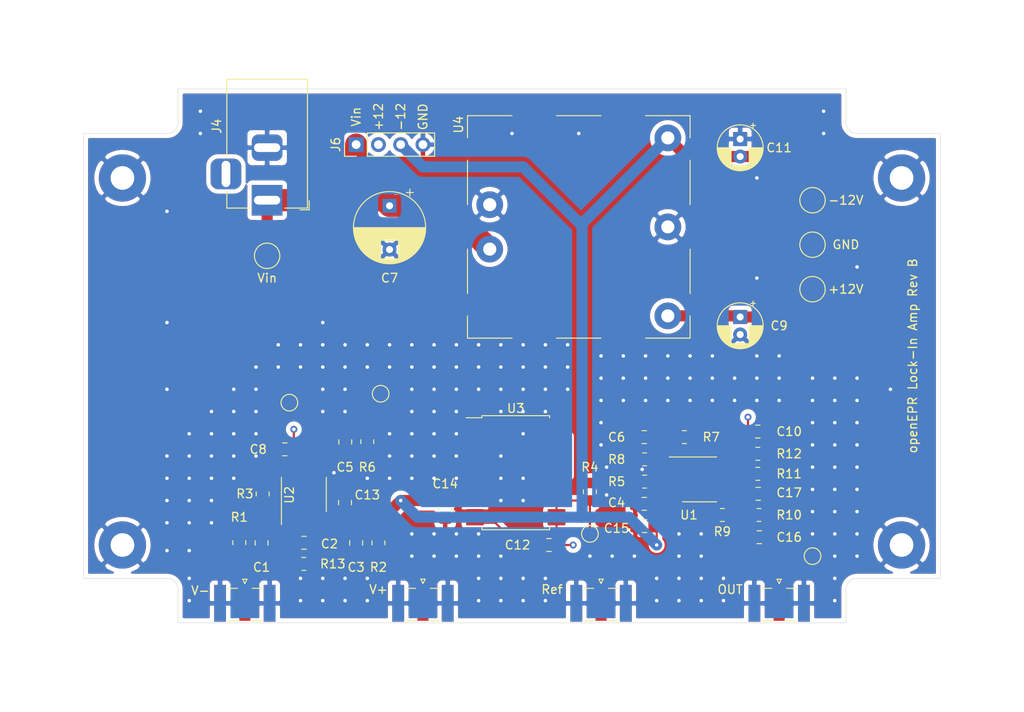
<source format=kicad_pcb>
(kicad_pcb (version 20171130) (host pcbnew "(5.1.8)-1")
  (title_block (title "openEPR Lock-In Amp") (date 2021-05-16) (rev B) (company openEPR) (comment 4 "Timothy Keller"))
  (layers (0 F.Cu signal) (1 In1.Cu signal) (2 In2.Cu signal) (31 B.Cu signal) (34 B.Paste user) (35 F.Paste user) (36 B.SilkS user) (37 F.SilkS user) (38 B.Mask user) (39 F.Mask user) (44 Edge.Cuts user))
  (net 0 "")
  (net 1 "Net-(C1-Pad1)")
  (net 2 GND)
  (net 3 "Net-(C2-Pad1)")
  (net 4 /V+)
  (net 5 /V-)
  (net 6 /INPUT+)
  (net 7 /INPUT-)
  (net 8 /OUTPUT)
  (net 9 /Vin)
  (net 10 "Net-(R3-Pad2)")
  (net 11 "Net-(R3-Pad1)")
  (net 12 /DEMOD)
  (net 13 "Net-(U3-Pad2)")
  (net 14 "Net-(U3-Pad3)")
  (net 15 "Net-(U3-Pad4)")
  (net 16 "Net-(U3-Pad5)")
  (net 17 "Net-(U3-Pad6)")
  (net 18 "Net-(U3-Pad7)")
  (net 19 /REF)
  (net 20 "Net-(U3-Pad15)")
  (net 21 "Net-(U3-Pad18)")
  (net 22 "Net-(C6-Pad2)")
  (net 23 "Net-(R7-Pad1)")
  (net 24 "Net-(J4-Pad3)")
  (net 25 /IN-AMP_FILTERED)
  (net 26 /IN-AMP_OUT)
  (net 27 "Net-(C4-Pad1)")
  (net 28 "Net-(C6-Pad1)")
  (net 29 "Net-(C16-Pad1)")
  (net 30 "Net-(C17-Pad2)")
  (net 31 "Net-(R11-Pad1)")
  (module Resistor_SMD:R_0805_2012Metric_Pad1.20x1.40mm_HandSolder (layer F.Cu) (at 49.911 79.629 180)
    (fp_text reference R13 (at -3.302 0) (layer F.SilkS))
    (fp_text value 1M)
    (pad 2 smd roundrect (at 1 0 180) (size 1.2 1.4) (layers F.Cu F.Paste F.Mask) (roundrect_rratio 0.2083325) (net 1 "Net-(C1-Pad1)"))
    (pad 1 smd roundrect (at -1 0 180) (size 1.2 1.4) (layers F.Cu F.Paste F.Mask) (roundrect_rratio 0.2083325) (net 3 "Net-(C2-Pad1)"))
  )
  (module Connector_PinHeader_2.54mm:PinHeader_1x04_P2.54mm_Vertical (layer F.Cu) (at 55.88 31.75 90)
    (fp_text reference J6 (at 0 -2.33 90) (layer F.SilkS))
    (fp_text value Conn_01x04_Male)
    (pad 4 thru_hole oval (at 0 7.62 90) (size 1.7 1.7) (drill 1) (layers *.Cu *.Mask) (net 2 GND))
    (pad 3 thru_hole oval (at 0 5.08 90) (size 1.7 1.7) (drill 1) (layers *.Cu *.Mask) (net 5 /V-))
    (pad 2 thru_hole oval (at 0 2.54 90) (size 1.7 1.7) (drill 1) (layers *.Cu *.Mask) (net 4 /V+))
    (pad 1 thru_hole rect (at 0 0 90) (size 1.7 1.7) (drill 1) (layers *.Cu *.Mask) (net 9 /Vin))
  )
  (module Resistor_SMD:R_0805_2012Metric_Pad1.20x1.40mm_HandSolder (layer F.Cu) (at 93.329 65.151 180)
    (fp_text reference R7 (at -3.064 0) (layer F.SilkS))
    (fp_text value 5.76k)
    (pad 1 smd roundrect (at -1 0 180) (size 1.2 1.4) (layers F.Cu F.Paste F.Mask) (roundrect_rratio 0.2083325) (net 23 "Net-(R7-Pad1)"))
    (pad 2 smd roundrect (at 1 0 180) (size 1.2 1.4) (layers F.Cu F.Paste F.Mask) (roundrect_rratio 0.2083325) (net 28 "Net-(C6-Pad1)"))
  )
  (module TestPoint:TestPoint_Pad_D1.5mm (layer F.Cu) (at 82.55 76.2)
    (fp_text reference TP8 hide)
    (fp_text value TestPoint)
    (pad 1 smd circle (at 0 0) (size 1.5 1.5) (layers F.Cu F.Mask) (net 12 /DEMOD))
  )
  (module TestPoint:TestPoint_Pad_D1.5mm (layer F.Cu) (at 107.95 78.74)
    (fp_text reference TP7 hide)
    (fp_text value TestPoint)
    (pad 1 smd circle (at 0 0) (size 1.5 1.5) (layers F.Cu F.Mask) (net 8 /OUTPUT))
  )
  (module TestPoint:TestPoint_Pad_D1.5mm (layer F.Cu) (at 58.674 60.198)
    (fp_text reference TP6 hide)
    (fp_text value TestPoint)
    (pad 1 smd circle (at 0 0) (size 1.5 1.5) (layers F.Cu F.Mask) (net 25 /IN-AMP_FILTERED))
  )
  (module TestPoint:TestPoint_Pad_D1.5mm (layer F.Cu) (at 48.26 61.214)
    (fp_text reference TP5 hide)
    (fp_text value TestPoint)
    (pad 1 smd circle (at 0 0) (size 1.5 1.5) (layers F.Cu F.Mask) (net 26 /IN-AMP_OUT))
  )
  (module My_Library:PQDE6W-D (layer F.Cu) (at 81.28 41.148 90)
    (fp_text reference U4 (at 11.684 -13.716 90) (layer F.SilkS))
    (fp_text value PQDE6W-D)
    (pad 5 thru_hole circle (at 10.16 10.16 90) (size 3.048 3.048) (drill 1.5) (layers *.Cu *.Mask) (net 5 /V-))
    (pad 4 thru_hole circle (at 0 10.16 90) (size 3.048 3.048) (drill 1.5) (layers *.Cu *.Mask) (net 2 GND))
    (pad 3 thru_hole circle (at -10.16 10.16 90) (size 3.048 3.048) (drill 1.5) (layers *.Cu *.Mask) (net 4 /V+))
    (pad 2 thru_hole circle (at -2.54 -10.16 90) (size 3.048 3.048) (drill 1.5) (layers *.Cu *.Mask) (net 9 /Vin))
    (pad 1 thru_hole circle (at 2.54 -10.16 90) (size 3.048 3.048) (drill 1.5) (layers *.Cu *.Mask) (net 2 GND))
  )
  (module TestPoint:TestPoint_Pad_D2.5mm (layer F.Cu) (at 107.95 38.1)
    (fp_text reference TP4 hide)
    (fp_text value TestPoint)
    (pad 1 smd circle (at 0 0) (size 2.5 2.5) (layers F.Cu F.Mask) (net 5 /V-))
  )
  (module TestPoint:TestPoint_Pad_D2.5mm (layer F.Cu) (at 107.95 48.26)
    (fp_text reference TP3 hide)
    (fp_text value TestPoint)
    (pad 1 smd circle (at 0 0) (size 2.5 2.5) (layers F.Cu F.Mask) (net 4 /V+))
  )
  (module TestPoint:TestPoint_Pad_D2.5mm (layer F.Cu) (at 45.72 44.45)
    (fp_text reference TP2 hide)
    (fp_text value TestPoint)
    (pad 1 smd circle (at 0 0) (size 2.5 2.5) (layers F.Cu F.Mask) (net 9 /Vin))
  )
  (module TestPoint:TestPoint_Pad_D2.5mm (layer F.Cu) (at 107.95 43.18 270)
    (fp_text reference TP1 hide)
    (fp_text value TestPoint)
    (pad 1 smd circle (at 0 0 270) (size 2.5 2.5) (layers F.Cu F.Mask) (net 2 GND))
  )
  (module Connector_BarrelJack:BarrelJack_Horizontal (layer F.Cu) (at 45.72 38.1 270)
    (fp_text reference J4 (at -8.45 5.75 90) (layer F.SilkS))
    (fp_text value Barrel_Jack_Switch)
    (pad 3 thru_hole roundrect (at -3 4.7 270) (size 3.5 3.5) (drill oval 3 1) (layers *.Cu *.Mask) (net 24 "Net-(J4-Pad3)"))
    (pad 2 thru_hole roundrect (at -6 0 270) (size 3 3.5) (drill oval 1 3) (layers *.Cu *.Mask) (net 2 GND))
    (pad 1 thru_hole rect (at 0 0 270) (size 3.5 3.5) (drill oval 1 3) (layers *.Cu *.Mask) (net 9 /Vin))
  )
  (module MountingHole:MountingHole_2.7mm_M2.5_Pad (layer F.Cu) (at 29.21 77.47)
    (fp_text reference H4 hide)
    (fp_text value MountingHole_Pad)
    (pad 1 thru_hole circle (at 0 0) (size 5.4 5.4) (drill 2.7) (layers *.Cu *.Mask) (net 2 GND))
  )
  (module MountingHole:MountingHole_2.7mm_M2.5_Pad (layer F.Cu) (at 118.11 77.47)
    (fp_text reference H3 hide)
    (fp_text value MountingHole_Pad)
    (pad 1 thru_hole circle (at 0 0) (size 5.4 5.4) (drill 2.7) (layers *.Cu *.Mask) (net 2 GND))
  )
  (module MountingHole:MountingHole_2.7mm_M2.5_Pad (layer F.Cu) (at 118.11 35.56)
    (fp_text reference H2 hide)
    (fp_text value MountingHole_Pad)
    (pad 1 thru_hole circle (at 0 0) (size 5.4 5.4) (drill 2.7) (layers *.Cu *.Mask) (net 2 GND))
  )
  (module MountingHole:MountingHole_2.7mm_M2.5_Pad (layer F.Cu) (at 29.21 35.56)
    (fp_text reference H1 hide)
    (fp_text value MountingHole_Pad)
    (pad 1 thru_hole circle (at 0 0) (size 5.4 5.4) (drill 2.7) (layers *.Cu *.Mask) (net 2 GND))
  )
  (module Capacitor_SMD:C_0805_2012Metric_Pad1.18x1.45mm_HandSolder (layer F.Cu) (at 88.773 75.311 180)
    (fp_text reference C15 (at 3.175 -0.254) (layer F.SilkS))
    (fp_text value 100nF)
    (pad 2 smd roundrect (at 1.0375 0 180) (size 1.175 1.45) (layers F.Cu F.Paste F.Mask) (roundrect_rratio 0.2127659574468085) (net 2 GND))
    (pad 1 smd roundrect (at -1.0375 0 180) (size 1.175 1.45) (layers F.Cu F.Paste F.Mask) (roundrect_rratio 0.2127659574468085) (net 5 /V-))
  )
  (module Capacitor_SMD:C_0805_2012Metric_Pad1.18x1.45mm_HandSolder (layer F.Cu) (at 45.085 77.2375 270)
    (fp_text reference C1 (at 2.7725 0 180) (layer F.SilkS))
    (fp_text value 100nF)
    (pad 1 smd roundrect (at -1.0375 0 270) (size 1.175 1.45) (layers F.Cu F.Paste F.Mask) (roundrect_rratio 0.2127659574468085) (net 1 "Net-(C1-Pad1)"))
    (pad 2 smd roundrect (at 1.0375 0 270) (size 1.175 1.45) (layers F.Cu F.Paste F.Mask) (roundrect_rratio 0.2127659574468085) (net 2 GND))
  )
  (module Capacitor_SMD:C_0805_2012Metric_Pad1.18x1.45mm_HandSolder (layer F.Cu) (at 49.9325 77.216 180)
    (fp_text reference C2 (at -2.8995 -0.127) (layer F.SilkS))
    (fp_text value C_Small)
    (pad 2 smd roundrect (at 1.0375 0 180) (size 1.175 1.45) (layers F.Cu F.Paste F.Mask) (roundrect_rratio 0.2127659574468085) (net 1 "Net-(C1-Pad1)"))
    (pad 1 smd roundrect (at -1.0375 0 180) (size 1.175 1.45) (layers F.Cu F.Paste F.Mask) (roundrect_rratio 0.2127659574468085) (net 3 "Net-(C2-Pad1)"))
  )
  (module Capacitor_SMD:C_0805_2012Metric_Pad1.18x1.45mm_HandSolder (layer F.Cu) (at 55.88 77.2375 90)
    (fp_text reference C3 (at -2.7725 0 180) (layer F.SilkS))
    (fp_text value 100nF)
    (pad 2 smd roundrect (at 1.0375 0 90) (size 1.175 1.45) (layers F.Cu F.Paste F.Mask) (roundrect_rratio 0.2127659574468085) (net 3 "Net-(C2-Pad1)"))
    (pad 1 smd roundrect (at -1.0375 0 90) (size 1.175 1.45) (layers F.Cu F.Paste F.Mask) (roundrect_rratio 0.2127659574468085) (net 2 GND))
  )
  (module Capacitor_SMD:C_0805_2012Metric_Pad1.18x1.45mm_HandSolder (layer F.Cu) (at 54.6354 65.7059 270)
    (fp_text reference C5 (at 2.8741 0.0254 180) (layer F.SilkS))
    (fp_text value 100nF)
    (pad 1 smd roundrect (at -1.0375 0 270) (size 1.175 1.45) (layers F.Cu F.Paste F.Mask) (roundrect_rratio 0.2127659574468085) (net 25 /IN-AMP_FILTERED))
    (pad 2 smd roundrect (at 1.0375 0 270) (size 1.175 1.45) (layers F.Cu F.Paste F.Mask) (roundrect_rratio 0.2127659574468085) (net 26 /IN-AMP_OUT))
  )
  (module Capacitor_SMD:C_0805_2012Metric_Pad1.18x1.45mm_HandSolder (layer F.Cu) (at 47.7305 66.548 180)
    (fp_text reference C8 (at 3.0265 0) (layer F.SilkS))
    (fp_text value 100nF)
    (pad 1 smd roundrect (at -1.0375 0 180) (size 1.175 1.45) (layers F.Cu F.Paste F.Mask) (roundrect_rratio 0.2127659574468085) (net 4 /V+))
    (pad 2 smd roundrect (at 1.0375 0 180) (size 1.175 1.45) (layers F.Cu F.Paste F.Mask) (roundrect_rratio 0.2127659574468085) (net 2 GND))
  )
  (module Capacitor_SMD:C_0805_2012Metric_Pad1.18x1.45mm_HandSolder (layer F.Cu) (at 77.8725 77.47 180)
    (fp_text reference C12 (at 3.5775 0) (layer F.SilkS))
    (fp_text value 100nF)
    (pad 1 smd roundrect (at -1.0375 0 180) (size 1.175 1.45) (layers F.Cu F.Paste F.Mask) (roundrect_rratio 0.2127659574468085) (net 4 /V+))
    (pad 2 smd roundrect (at 1.0375 0 180) (size 1.175 1.45) (layers F.Cu F.Paste F.Mask) (roundrect_rratio 0.2127659574468085) (net 2 GND))
  )
  (module Connector_Coaxial:SMA_Samtec_SMA-J-P-X-ST-EM1_EdgeMount (layer F.Cu) (at 63.5 84.128)
    (fp_text reference J1 hide)
    (fp_text value Signal+ hide)
    (pad 2 smd rect (at -2.825 0) (size 1.35 4.2) (layers B.Cu B.Paste B.Mask) (net 2 GND))
    (pad 2 smd rect (at 2.825 0) (size 1.35 4.2) (layers B.Cu B.Paste B.Mask) (net 2 GND))
    (pad 2 smd rect (at -2.825 0) (size 1.35 4.2) (layers F.Cu F.Paste F.Mask) (net 2 GND))
    (pad 2 smd rect (at 2.825 0) (size 1.35 4.2) (layers F.Cu F.Paste F.Mask) (net 2 GND))
    (pad 1 smd rect (at 0 0.2) (size 1.27 3.6) (layers F.Cu F.Paste F.Mask) (net 6 /INPUT+))
  )
  (module Connector_Coaxial:SMA_Samtec_SMA-J-P-X-ST-EM1_EdgeMount (layer F.Cu) (at 43.18 84.128)
    (fp_text reference J2 hide)
    (fp_text value Signal- hide)
    (pad 1 smd rect (at 0 0.2) (size 1.27 3.6) (layers F.Cu F.Paste F.Mask) (net 7 /INPUT-))
    (pad 2 smd rect (at 2.825 0) (size 1.35 4.2) (layers F.Cu F.Paste F.Mask) (net 2 GND))
    (pad 2 smd rect (at -2.825 0) (size 1.35 4.2) (layers F.Cu F.Paste F.Mask) (net 2 GND))
    (pad 2 smd rect (at 2.825 0) (size 1.35 4.2) (layers B.Cu B.Paste B.Mask) (net 2 GND))
    (pad 2 smd rect (at -2.825 0) (size 1.35 4.2) (layers B.Cu B.Paste B.Mask) (net 2 GND))
  )
  (module Connector_Coaxial:SMA_Samtec_SMA-J-P-X-ST-EM1_EdgeMount (layer F.Cu) (at 104.14 84.128)
    (fp_text reference J3 hide)
    (fp_text value Output hide)
    (pad 2 smd rect (at -2.825 0) (size 1.35 4.2) (layers B.Cu B.Paste B.Mask) (net 2 GND))
    (pad 2 smd rect (at 2.825 0) (size 1.35 4.2) (layers B.Cu B.Paste B.Mask) (net 2 GND))
    (pad 2 smd rect (at -2.825 0) (size 1.35 4.2) (layers F.Cu F.Paste F.Mask) (net 2 GND))
    (pad 2 smd rect (at 2.825 0) (size 1.35 4.2) (layers F.Cu F.Paste F.Mask) (net 2 GND))
    (pad 1 smd rect (at 0 0.2) (size 1.27 3.6) (layers F.Cu F.Paste F.Mask) (net 8 /OUTPUT))
  )
  (module Resistor_SMD:R_0805_2012Metric_Pad1.20x1.40mm_HandSolder (layer F.Cu) (at 42.545 77.2 270)
    (fp_text reference R1 (at -2.905 0 180) (layer F.SilkS))
    (fp_text value 10)
    (pad 1 smd roundrect (at -1 0 270) (size 1.2 1.4) (layers F.Cu F.Paste F.Mask) (roundrect_rratio 0.2083325) (net 1 "Net-(C1-Pad1)"))
    (pad 2 smd roundrect (at 1 0 270) (size 1.2 1.4) (layers F.Cu F.Paste F.Mask) (roundrect_rratio 0.2083325) (net 7 /INPUT-))
  )
  (module Resistor_SMD:R_0805_2012Metric_Pad1.20x1.40mm_HandSolder (layer F.Cu) (at 58.42 77.232 270)
    (fp_text reference R2 (at 2.778 0 180) (layer F.SilkS))
    (fp_text value 10)
    (pad 2 smd roundrect (at 1 0 270) (size 1.2 1.4) (layers F.Cu F.Paste F.Mask) (roundrect_rratio 0.2083325) (net 6 /INPUT+))
    (pad 1 smd roundrect (at -1 0 270) (size 1.2 1.4) (layers F.Cu F.Paste F.Mask) (roundrect_rratio 0.2083325) (net 3 "Net-(C2-Pad1)"))
  )
  (module Resistor_SMD:R_0805_2012Metric_Pad1.20x1.40mm_HandSolder (layer F.Cu) (at 45.212 71.644 270)
    (fp_text reference R3 (at -0.016 2.032 180) (layer F.SilkS))
    (fp_text value 50)
    (pad 2 smd roundrect (at 1 0 270) (size 1.2 1.4) (layers F.Cu F.Paste F.Mask) (roundrect_rratio 0.2083325) (net 10 "Net-(R3-Pad2)"))
    (pad 1 smd roundrect (at -1 0 270) (size 1.2 1.4) (layers F.Cu F.Paste F.Mask) (roundrect_rratio 0.2083325) (net 11 "Net-(R3-Pad1)"))
  )
  (module Resistor_SMD:R_0805_2012Metric_Pad1.20x1.40mm_HandSolder (layer F.Cu) (at 57.15 65.675 90)
    (fp_text reference R6 (at -2.905 0 180) (layer F.SilkS))
    (fp_text value 10k)
    (pad 1 smd roundrect (at -1 0 90) (size 1.2 1.4) (layers F.Cu F.Paste F.Mask) (roundrect_rratio 0.2083325) (net 2 GND))
    (pad 2 smd roundrect (at 1 0 90) (size 1.2 1.4) (layers F.Cu F.Paste F.Mask) (roundrect_rratio 0.2083325) (net 25 /IN-AMP_FILTERED))
  )
  (module Package_SO:SOIC-8_3.9x4.9mm_P1.27mm (layer F.Cu) (at 49.911 71.693 90)
    (fp_text reference U2 (at -0.062 -1.651 90) (layer F.SilkS))
    (fp_text value AD620)
    (pad 1 smd roundrect (at -2.475 -1.905 90) (size 1.95 0.6) (layers F.Cu F.Paste F.Mask) (net 10 "Net-(R3-Pad2)"))
    (pad 2 smd roundrect (at -2.475 -0.635 90) (size 1.95 0.6) (layers F.Cu F.Paste F.Mask) (net 1 "Net-(C1-Pad1)"))
    (pad 3 smd roundrect (at -2.475 0.635 90) (size 1.95 0.6) (layers F.Cu F.Paste F.Mask) (net 3 "Net-(C2-Pad1)"))
    (pad 4 smd roundrect (at -2.475 1.905 90) (size 1.95 0.6) (layers F.Cu F.Paste F.Mask) (net 5 /V-))
    (pad 5 smd roundrect (at 2.475 1.905 90) (size 1.95 0.6) (layers F.Cu F.Paste F.Mask) (net 2 GND))
    (pad 6 smd roundrect (at 2.475 0.635 90) (size 1.95 0.6) (layers F.Cu F.Paste F.Mask) (net 26 /IN-AMP_OUT))
    (pad 7 smd roundrect (at 2.475 -0.635 90) (size 1.95 0.6) (layers F.Cu F.Paste F.Mask) (net 4 /V+))
    (pad 8 smd roundrect (at 2.475 -1.905 90) (size 1.95 0.6) (layers F.Cu F.Paste F.Mask) (net 11 "Net-(R3-Pad1)"))
  )
  (module Package_SO:SOIC-20W_7.5x12.8mm_P1.27mm (layer F.Cu) (at 74.09 69.215)
    (fp_text reference U3 (at 0 -7.35) (layer F.SilkS))
    (fp_text value AD630ARZ)
    (pad 1 smd roundrect (at -4.65 -5.715) (size 2.05 0.6) (layers F.Cu F.Paste F.Mask) (net 25 /IN-AMP_FILTERED))
    (pad 2 smd roundrect (at -4.65 -4.445) (size 2.05 0.6) (layers F.Cu F.Paste F.Mask) (net 13 "Net-(U3-Pad2)"))
    (pad 3 smd roundrect (at -4.65 -3.175) (size 2.05 0.6) (layers F.Cu F.Paste F.Mask) (net 14 "Net-(U3-Pad3)"))
    (pad 4 smd roundrect (at -4.65 -1.905) (size 2.05 0.6) (layers F.Cu F.Paste F.Mask) (net 15 "Net-(U3-Pad4)"))
    (pad 5 smd roundrect (at -4.65 -0.635) (size 2.05 0.6) (layers F.Cu F.Paste F.Mask) (net 16 "Net-(U3-Pad5)"))
    (pad 6 smd roundrect (at -4.65 0.635) (size 2.05 0.6) (layers F.Cu F.Paste F.Mask) (net 17 "Net-(U3-Pad6)"))
    (pad 7 smd roundrect (at -4.65 1.905) (size 2.05 0.6) (layers F.Cu F.Paste F.Mask) (net 18 "Net-(U3-Pad7)"))
    (pad 8 smd roundrect (at -4.65 3.175) (size 2.05 0.6) (layers F.Cu F.Paste F.Mask) (net 5 /V-))
    (pad 9 smd roundrect (at -4.65 4.445) (size 2.05 0.6) (layers F.Cu F.Paste F.Mask) (net 2 GND))
    (pad 10 smd roundrect (at -4.65 5.715) (size 2.05 0.6) (layers F.Cu F.Paste F.Mask) (net 19 /REF))
    (pad 11 smd roundrect (at 4.65 5.715) (size 2.05 0.6) (layers F.Cu F.Paste F.Mask) (net 4 /V+))
    (pad 12 smd roundrect (at 4.65 4.445) (size 2.05 0.6) (layers F.Cu F.Paste F.Mask) (net 12 /DEMOD))
    (pad 13 smd roundrect (at 4.65 3.175) (size 2.05 0.6) (layers F.Cu F.Paste F.Mask) (net 12 /DEMOD))
    (pad 14 smd roundrect (at 4.65 1.905) (size 2.05 0.6) (layers F.Cu F.Paste F.Mask) (net 2 GND))
    (pad 15 smd roundrect (at 4.65 0.635) (size 2.05 0.6) (layers F.Cu F.Paste F.Mask) (net 20 "Net-(U3-Pad15)"))
    (pad 16 smd roundrect (at 4.65 -0.635) (size 2.05 0.6) (layers F.Cu F.Paste F.Mask) (net 25 /IN-AMP_FILTERED))
    (pad 17 smd roundrect (at 4.65 -1.905) (size 2.05 0.6) (layers F.Cu F.Paste F.Mask) (net 2 GND))
    (pad 18 smd roundrect (at 4.65 -3.175) (size 2.05 0.6) (layers F.Cu F.Paste F.Mask) (net 21 "Net-(U3-Pad18)"))
    (pad 19 smd roundrect (at 4.65 -4.445) (size 2.05 0.6) (layers F.Cu F.Paste F.Mask) (net 20 "Net-(U3-Pad15)"))
    (pad 20 smd roundrect (at 4.65 -5.715) (size 2.05 0.6) (layers F.Cu F.Paste F.Mask) (net 20 "Net-(U3-Pad15)"))
  )
  (module Connector_Coaxial:SMA_Samtec_SMA-J-P-X-ST-EM1_EdgeMount (layer F.Cu) (at 83.82 84.128)
    (fp_text reference J5 hide)
    (fp_text value REF hide)
    (pad 2 smd rect (at -2.825 0) (size 1.35 4.2) (layers B.Cu B.Paste B.Mask) (net 2 GND))
    (pad 2 smd rect (at 2.825 0) (size 1.35 4.2) (layers B.Cu B.Paste B.Mask) (net 2 GND))
    (pad 2 smd rect (at -2.825 0) (size 1.35 4.2) (layers F.Cu F.Paste F.Mask) (net 2 GND))
    (pad 2 smd rect (at 2.825 0) (size 1.35 4.2) (layers F.Cu F.Paste F.Mask) (net 2 GND))
    (pad 1 smd rect (at 0 0.2) (size 1.27 3.6) (layers F.Cu F.Paste F.Mask) (net 19 /REF))
  )
  (module Capacitor_SMD:C_0805_2012Metric_Pad1.18x1.45mm_HandSolder (layer F.Cu) (at 54.61 72.6225 90)
    (fp_text reference C13 (at 0.8675 2.54 180) (layer F.SilkS))
    (fp_text value 100nF)
    (pad 2 smd roundrect (at 1.0375 0 90) (size 1.175 1.45) (layers F.Cu F.Paste F.Mask) (roundrect_rratio 0.2127659574468085) (net 2 GND))
    (pad 1 smd roundrect (at -1.0375 0 90) (size 1.175 1.45) (layers F.Cu F.Paste F.Mask) (roundrect_rratio 0.2127659574468085) (net 5 /V-))
  )
  (module Capacitor_SMD:C_0805_2012Metric_Pad1.18x1.45mm_HandSolder (layer F.Cu) (at 66.04 73.4275 270)
    (fp_text reference C14 (at -2.9425 0 180) (layer F.SilkS))
    (fp_text value 100nF)
    (pad 1 smd roundrect (at -1.0375 0 270) (size 1.175 1.45) (layers F.Cu F.Paste F.Mask) (roundrect_rratio 0.2127659574468085) (net 5 /V-))
    (pad 2 smd roundrect (at 1.0375 0 270) (size 1.175 1.45) (layers F.Cu F.Paste F.Mask) (roundrect_rratio 0.2127659574468085) (net 2 GND))
  )
  (module Capacitor_THT:CP_Radial_D8.0mm_P5.00mm (layer F.Cu) (at 59.69 38.735 270)
    (fp_text reference C7 (at 8.255 0 180) (layer F.SilkS))
    (fp_text value CP_Small)
    (pad 1 thru_hole rect (at 0 0 270) (size 1.6 1.6) (drill 0.8) (layers *.Cu *.Mask) (net 9 /Vin))
    (pad 2 thru_hole circle (at 5 0 270) (size 1.6 1.6) (drill 0.8) (layers *.Cu *.Mask) (net 2 GND))
  )
  (module Capacitor_THT:CP_Radial_D5.0mm_P2.00mm (layer F.Cu) (at 99.695 51.435 270)
    (fp_text reference C9 (at 1 -4.445 180) (layer F.SilkS))
    (fp_text value CP_Small)
    (pad 1 thru_hole rect (at 0 0 270) (size 1.6 1.6) (drill 0.8) (layers *.Cu *.Mask) (net 4 /V+))
    (pad 2 thru_hole circle (at 2 0 270) (size 1.6 1.6) (drill 0.8) (layers *.Cu *.Mask) (net 2 GND))
  )
  (module Capacitor_THT:CP_Radial_D5.0mm_P2.00mm (layer F.Cu) (at 99.695 31.115 270)
    (fp_text reference C11 (at 1 -4.445 180) (layer F.SilkS))
    (fp_text value CP_Small)
    (pad 2 thru_hole circle (at 2 0 270) (size 1.6 1.6) (drill 0.8) (layers *.Cu *.Mask) (net 5 /V-))
    (pad 1 thru_hole rect (at 0 0 270) (size 1.6 1.6) (drill 0.8) (layers *.Cu *.Mask) (net 2 GND))
  )
  (module Capacitor_SMD:C_0805_2012Metric_Pad1.18x1.45mm_HandSolder (layer F.Cu) (at 88.7515 72.771 180)
    (fp_text reference C4 (at 3.1535 0.127) (layer F.SilkS))
    (fp_text value 10nF)
    (pad 2 smd roundrect (at 1.0375 0 180) (size 1.175 1.45) (layers F.Cu F.Paste F.Mask) (roundrect_rratio 0.2127659574468085) (net 2 GND))
    (pad 1 smd roundrect (at -1.0375 0 180) (size 1.175 1.45) (layers F.Cu F.Paste F.Mask) (roundrect_rratio 0.2127659574468085) (net 27 "Net-(C4-Pad1)"))
  )
  (module Capacitor_SMD:C_0805_2012Metric_Pad1.18x1.45mm_HandSolder (layer F.Cu) (at 88.7515 65.151 180)
    (fp_text reference C6 (at 3.1535 0) (layer F.SilkS))
    (fp_text value 10nF)
    (pad 1 smd roundrect (at -1.0375 0 180) (size 1.175 1.45) (layers F.Cu F.Paste F.Mask) (roundrect_rratio 0.2127659574468085) (net 28 "Net-(C6-Pad1)"))
    (pad 2 smd roundrect (at 1.0375 0 180) (size 1.175 1.45) (layers F.Cu F.Paste F.Mask) (roundrect_rratio 0.2127659574468085) (net 22 "Net-(C6-Pad2)"))
  )
  (module Capacitor_SMD:C_0805_2012Metric_Pad1.18x1.45mm_HandSolder (layer F.Cu) (at 101.7055 64.516)
    (fp_text reference C10 (at 3.5775 0) (layer F.SilkS))
    (fp_text value 100nF)
    (pad 1 smd roundrect (at -1.0375 0) (size 1.175 1.45) (layers F.Cu F.Paste F.Mask) (roundrect_rratio 0.2127659574468085) (net 4 /V+))
    (pad 2 smd roundrect (at 1.0375 0) (size 1.175 1.45) (layers F.Cu F.Paste F.Mask) (roundrect_rratio 0.2127659574468085) (net 2 GND))
  )
  (module Capacitor_SMD:C_0805_2012Metric_Pad1.18x1.45mm_HandSolder (layer F.Cu) (at 101.8755 76.581)
    (fp_text reference C16 (at 3.4075 0) (layer F.SilkS))
    (fp_text value 10nF)
    (pad 2 smd roundrect (at 1.0375 0) (size 1.175 1.45) (layers F.Cu F.Paste F.Mask) (roundrect_rratio 0.2127659574468085) (net 2 GND))
    (pad 1 smd roundrect (at -1.0375 0) (size 1.175 1.45) (layers F.Cu F.Paste F.Mask) (roundrect_rratio 0.2127659574468085) (net 29 "Net-(C16-Pad1)"))
  )
  (module Capacitor_SMD:C_0805_2012Metric_Pad1.18x1.45mm_HandSolder (layer F.Cu) (at 101.7485 71.628 180)
    (fp_text reference C17 (at -3.5345 0.127) (layer F.SilkS))
    (fp_text value 10nF)
    (pad 1 smd roundrect (at -1.0375 0 180) (size 1.175 1.45) (layers F.Cu F.Paste F.Mask) (roundrect_rratio 0.2127659574468085) (net 8 /OUTPUT))
    (pad 2 smd roundrect (at 1.0375 0 180) (size 1.175 1.45) (layers F.Cu F.Paste F.Mask) (roundrect_rratio 0.2127659574468085) (net 30 "Net-(C17-Pad2)"))
  )
  (module Resistor_SMD:R_0805_2012Metric_Pad1.20x1.40mm_HandSolder (layer F.Cu) (at 82.55 71.39 270)
    (fp_text reference R4 (at -2.81 0 180) (layer F.SilkS))
    (fp_text value 267k)
    (pad 2 smd roundrect (at 1 0 270) (size 1.2 1.4) (layers F.Cu F.Paste F.Mask) (roundrect_rratio 0.2083325) (net 12 /DEMOD))
    (pad 1 smd roundrect (at -1 0 270) (size 1.2 1.4) (layers F.Cu F.Paste F.Mask) (roundrect_rratio 0.2083325) (net 22 "Net-(C6-Pad2)"))
  )
  (module Resistor_SMD:R_0805_2012Metric_Pad1.20x1.40mm_HandSolder (layer F.Cu) (at 88.789 70.231 180)
    (fp_text reference R5 (at 3.191 0) (layer F.SilkS))
    (fp_text value 267k)
    (pad 1 smd roundrect (at -1 0 180) (size 1.2 1.4) (layers F.Cu F.Paste F.Mask) (roundrect_rratio 0.2083325) (net 27 "Net-(C4-Pad1)"))
    (pad 2 smd roundrect (at 1 0 180) (size 1.2 1.4) (layers F.Cu F.Paste F.Mask) (roundrect_rratio 0.2083325) (net 22 "Net-(C6-Pad2)"))
  )
  (module Resistor_SMD:R_0805_2012Metric_Pad1.20x1.40mm_HandSolder (layer F.Cu) (at 88.789 67.691)
    (fp_text reference R8 (at -3.191 0) (layer F.SilkS))
    (fp_text value 10k)
    (pad 2 smd roundrect (at 1 0) (size 1.2 1.4) (layers F.Cu F.Paste F.Mask) (roundrect_rratio 0.2083325) (net 23 "Net-(R7-Pad1)"))
    (pad 1 smd roundrect (at -1 0) (size 1.2 1.4) (layers F.Cu F.Paste F.Mask) (roundrect_rratio 0.2083325) (net 2 GND))
  )
  (module Resistor_SMD:R_0805_2012Metric_Pad1.20x1.40mm_HandSolder (layer F.Cu) (at 97.663 74.041)
    (fp_text reference R9 (at 0 1.905) (layer F.SilkS))
    (fp_text value 154k)
    (pad 1 smd roundrect (at -1 0) (size 1.2 1.4) (layers F.Cu F.Paste F.Mask) (roundrect_rratio 0.2083325) (net 28 "Net-(C6-Pad1)"))
    (pad 2 smd roundrect (at 1 0) (size 1.2 1.4) (layers F.Cu F.Paste F.Mask) (roundrect_rratio 0.2083325) (net 30 "Net-(C17-Pad2)"))
  )
  (module Resistor_SMD:R_0805_2012Metric_Pad1.20x1.40mm_HandSolder (layer F.Cu) (at 101.838 74.041 180)
    (fp_text reference R10 (at -3.445 0) (layer F.SilkS))
    (fp_text value 154k)
    (pad 2 smd roundrect (at 1 0 180) (size 1.2 1.4) (layers F.Cu F.Paste F.Mask) (roundrect_rratio 0.2083325) (net 29 "Net-(C16-Pad1)"))
    (pad 1 smd roundrect (at -1 0 180) (size 1.2 1.4) (layers F.Cu F.Paste F.Mask) (roundrect_rratio 0.2083325) (net 30 "Net-(C17-Pad2)"))
  )
  (module Resistor_SMD:R_0805_2012Metric_Pad1.20x1.40mm_HandSolder (layer F.Cu) (at 101.711 69.342 180)
    (fp_text reference R11 (at -3.572 0) (layer F.SilkS))
    (fp_text value 16.5k)
    (pad 1 smd roundrect (at -1 0 180) (size 1.2 1.4) (layers F.Cu F.Paste F.Mask) (roundrect_rratio 0.2083325) (net 31 "Net-(R11-Pad1)"))
    (pad 2 smd roundrect (at 1 0 180) (size 1.2 1.4) (layers F.Cu F.Paste F.Mask) (roundrect_rratio 0.2083325) (net 8 /OUTPUT))
  )
  (module Resistor_SMD:R_0805_2012Metric_Pad1.20x1.40mm_HandSolder (layer F.Cu) (at 101.711 67.056 180)
    (fp_text reference R12 (at -3.572 0) (layer F.SilkS))
    (fp_text value 10k)
    (pad 2 smd roundrect (at 1 0 180) (size 1.2 1.4) (layers F.Cu F.Paste F.Mask) (roundrect_rratio 0.2083325) (net 31 "Net-(R11-Pad1)"))
    (pad 1 smd roundrect (at -1 0 180) (size 1.2 1.4) (layers F.Cu F.Paste F.Mask) (roundrect_rratio 0.2083325) (net 2 GND))
  )
  (module Package_SO:SOIC-8_3.9x4.9mm_P1.27mm (layer F.Cu) (at 95.058 69.977)
    (fp_text reference U1 (at -1.205 4.064) (layer F.SilkS))
    (fp_text value OP2177)
    (pad 1 smd roundrect (at -2.475 -1.905) (size 1.95 0.6) (layers F.Cu F.Paste F.Mask) (net 28 "Net-(C6-Pad1)"))
    (pad 2 smd roundrect (at -2.475 -0.635) (size 1.95 0.6) (layers F.Cu F.Paste F.Mask) (net 23 "Net-(R7-Pad1)"))
    (pad 3 smd roundrect (at -2.475 0.635) (size 1.95 0.6) (layers F.Cu F.Paste F.Mask) (net 27 "Net-(C4-Pad1)"))
    (pad 4 smd roundrect (at -2.475 1.905) (size 1.95 0.6) (layers F.Cu F.Paste F.Mask) (net 5 /V-))
    (pad 5 smd roundrect (at 2.475 1.905) (size 1.95 0.6) (layers F.Cu F.Paste F.Mask) (net 29 "Net-(C16-Pad1)"))
    (pad 6 smd roundrect (at 2.475 0.635) (size 1.95 0.6) (layers F.Cu F.Paste F.Mask) (net 31 "Net-(R11-Pad1)"))
    (pad 7 smd roundrect (at 2.475 -0.635) (size 1.95 0.6) (layers F.Cu F.Paste F.Mask) (net 8 /OUTPUT))
    (pad 8 smd roundrect (at 2.475 -1.905) (size 1.95 0.6) (layers F.Cu F.Paste F.Mask) (net 4 /V+))
  )
  (gr_text Vin (at 55.88 28.575 90) (layer F.SilkS) (effects (font (size 1 1))))
  (gr_text Vin (at 45.72 46.99) (layer F.SilkS) (effects (font (size 1 1))))
  (gr_text GND (at 63.5 28.575 90) (layer F.SilkS) (effects (font (size 1 1))))
  (gr_text -12 (at 60.96 28.575 90) (layer F.SilkS) (effects (font (size 1 1))))
  (gr_text +12 (at 58.42 28.575 90) (layer F.SilkS) (effects (font (size 1 1))))
  (gr_text -12V (at 111.76 38.1) (layer F.SilkS) (effects (font (size 1 1))))
  (gr_text +12V (at 111.76 48.26) (layer F.SilkS) (effects (font (size 1 1))))
  (gr_text GND (at 111.76 43.18) (layer F.SilkS) (effects (font (size 1 1))))
  (gr_text "openEPR Lock-In Amp Rev B" (at 119.38 55.88 90) (layer F.SilkS) (effects (font (size 1 1))))
  (gr_arc (start 34.29 29.21) (end 34.29 30.48) (angle -90) (layer Edge.Cuts) (width 0.05))
  (gr_arc (start 113.03 29.21) (end 111.76 29.21) (angle -90) (layer Edge.Cuts) (width 0.05))
  (gr_arc (start 113.03 82.55) (end 113.03 81.28) (angle -90) (layer Edge.Cuts) (width 0.05))
  (gr_arc (start 34.29 82.55) (end 35.56 82.55) (angle -90) (layer Edge.Cuts) (width 0.05))
  (gr_text OUT (at 98.552 82.55) (layer F.SilkS) (effects (font (size 1 1))))
  (gr_text Ref (at 78.232 82.55) (layer F.SilkS) (effects (font (size 1 1))))
  (gr_text V+ (at 58.42 82.55) (layer F.SilkS) (effects (font (size 1 1))))
  (gr_text V- (at 38.1 82.677) (layer F.SilkS) (effects (font (size 1 1))))
  (gr_line (start 111.76 82.55) (end 111.76 86.36) (layer Edge.Cuts) (width 0.05))
  (gr_line (start 122.555 81.28) (end 113.03 81.28) (layer Edge.Cuts) (width 0.05))
  (gr_line (start 113.03 30.48) (end 122.555 30.48) (layer Edge.Cuts) (width 0.05))
  (gr_line (start 111.76 25.4) (end 111.76 29.21) (layer Edge.Cuts) (width 0.05))
  (gr_line (start 35.56 29.21) (end 35.56 25.4) (layer Edge.Cuts) (width 0.05))
  (gr_line (start 24.765 30.48) (end 34.29 30.48) (layer Edge.Cuts) (width 0.05))
  (gr_line (start 35.56 82.55) (end 35.56 86.36) (layer Edge.Cuts) (width 0.05))
  (gr_line (start 24.765 81.28) (end 34.29 81.28) (layer Edge.Cuts) (width 0.05))
  (gr_line (start 24.765 81.28) (end 24.765 30.48) (layer Edge.Cuts) (width 0.05))
  (gr_line (start 111.76 86.36) (end 35.56 86.36) (layer Edge.Cuts) (width 0.05))
  (gr_line (start 122.555 30.48) (end 122.555 81.28) (layer Edge.Cuts) (width 0.05))
  (gr_line (start 35.56 25.4) (end 111.76 25.4) (layer Edge.Cuts) (width 0.05))
  (segment (start 42.545 76.2) (end 45.085 76.2) (width 0.25) (layer F.Cu) (net 1))
  (segment (start 49.276 76.835) (end 48.895 77.216) (width 0.25) (layer F.Cu) (net 1))
  (segment (start 49.276 74.168) (end 49.276 76.835) (width 0.25) (layer F.Cu) (net 1))
  (segment (start 47.879 76.2) (end 48.895 77.216) (width 0.25) (layer F.Cu) (net 1))
  (segment (start 45.085 76.2) (end 47.879 76.2) (width 0.25) (layer F.Cu) (net 1))
  (segment (start 48.895 79.613) (end 48.911 79.629) (width 0.25) (layer F.Cu) (net 1))
  (segment (start 48.895 77.216) (end 48.895 79.613) (width 0.25) (layer F.Cu) (net 1))
  (via (at 53.34 69.215) (size 0.8) (drill 0.4) (layers F.Cu B.Cu) (net 2))
  (via (at 69.85 83.82) (size 0.8) (drill 0.4) (layers F.Cu B.Cu) (net 2))
  (via (at 72.39 83.82) (size 0.8) (drill 0.4) (layers F.Cu B.Cu) (net 2))
  (via (at 74.93 83.82) (size 0.8) (drill 0.4) (layers F.Cu B.Cu) (net 2))
  (via (at 77.47 83.82) (size 0.8) (drill 0.4) (layers F.Cu B.Cu) (net 2))
  (via (at 69.85 81.28) (size 0.8) (drill 0.4) (layers F.Cu B.Cu) (net 2))
  (via (at 72.39 81.28) (size 0.8) (drill 0.4) (layers F.Cu B.Cu) (net 2))
  (via (at 74.93 81.28) (size 0.8) (drill 0.4) (layers F.Cu B.Cu) (net 2))
  (via (at 77.47 81.28) (size 0.8) (drill 0.4) (layers F.Cu B.Cu) (net 2))
  (via (at 72.39 78.74) (size 0.8) (drill 0.4) (layers F.Cu B.Cu) (net 2))
  (via (at 69.85 78.74) (size 0.8) (drill 0.4) (layers F.Cu B.Cu) (net 2))
  (via (at 67.31 78.74) (size 0.8) (drill 0.4) (layers F.Cu B.Cu) (net 2))
  (via (at 64.77 78.74) (size 0.8) (drill 0.4) (layers F.Cu B.Cu) (net 2))
  (via (at 62.23 78.74) (size 0.8) (drill 0.4) (layers F.Cu B.Cu) (net 2))
  (via (at 62.23 76.2) (size 0.8) (drill 0.4) (layers F.Cu B.Cu) (net 2))
  (via (at 64.77 76.2) (size 0.8) (drill 0.4) (layers F.Cu B.Cu) (net 2))
  (via (at 67.31 76.2) (size 0.8) (drill 0.4) (layers F.Cu B.Cu) (net 2))
  (via (at 69.85 76.2) (size 0.8) (drill 0.4) (layers F.Cu B.Cu) (net 2))
  (via (at 62.23 69.85) (size 0.8) (drill 0.4) (layers F.Cu B.Cu) (net 2))
  (via (at 64.77 69.85) (size 0.8) (drill 0.4) (layers F.Cu B.Cu) (net 2))
  (via (at 67.31 69.85) (size 0.8) (drill 0.4) (layers F.Cu B.Cu) (net 2))
  (via (at 67.31 67.31) (size 0.8) (drill 0.4) (layers F.Cu B.Cu) (net 2))
  (via (at 64.77 67.31) (size 0.8) (drill 0.4) (layers F.Cu B.Cu) (net 2))
  (via (at 62.23 67.31) (size 0.8) (drill 0.4) (layers F.Cu B.Cu) (net 2))
  (via (at 59.69 67.31) (size 0.8) (drill 0.4) (layers F.Cu B.Cu) (net 2))
  (via (at 59.69 69.85) (size 0.8) (drill 0.4) (layers F.Cu B.Cu) (net 2))
  (via (at 57.15 69.85) (size 0.8) (drill 0.4) (layers F.Cu B.Cu) (net 2))
  (via (at 59.69 64.77) (size 0.8) (drill 0.4) (layers F.Cu B.Cu) (net 2))
  (via (at 62.23 64.77) (size 0.8) (drill 0.4) (layers F.Cu B.Cu) (net 2))
  (via (at 64.77 64.77) (size 0.8) (drill 0.4) (layers F.Cu B.Cu) (net 2))
  (via (at 67.31 64.77) (size 0.8) (drill 0.4) (layers F.Cu B.Cu) (net 2))
  (via (at 67.31 62.23) (size 0.8) (drill 0.4) (layers F.Cu B.Cu) (net 2))
  (via (at 64.77 62.23) (size 0.8) (drill 0.4) (layers F.Cu B.Cu) (net 2))
  (via (at 62.23 62.23) (size 0.8) (drill 0.4) (layers F.Cu B.Cu) (net 2))
  (via (at 52.07 59.69) (size 0.8) (drill 0.4) (layers F.Cu B.Cu) (net 2))
  (via (at 72.39 72.39) (size 0.8) (drill 0.4) (layers F.Cu B.Cu) (net 2))
  (via (at 74.93 72.39) (size 0.8) (drill 0.4) (layers F.Cu B.Cu) (net 2))
  (via (at 74.93 69.85) (size 0.8) (drill 0.4) (layers F.Cu B.Cu) (net 2))
  (via (at 72.39 69.85) (size 0.8) (drill 0.4) (layers F.Cu B.Cu) (net 2))
  (via (at 72.39 67.31) (size 0.8) (drill 0.4) (layers F.Cu B.Cu) (net 2))
  (via (at 74.93 64.77) (size 0.8) (drill 0.4) (layers F.Cu B.Cu) (net 2))
  (via (at 72.39 62.23) (size 0.8) (drill 0.4) (layers F.Cu B.Cu) (net 2))
  (via (at 74.93 62.23) (size 0.8) (drill 0.4) (layers F.Cu B.Cu) (net 2))
  (via (at 77.47 62.23) (size 0.8) (drill 0.4) (layers F.Cu B.Cu) (net 2))
  (via (at 84.455 68.58) (size 0.8) (drill 0.4) (layers F.Cu B.Cu) (net 2))
  (via (at 90.17 83.82) (size 0.8) (drill 0.4) (layers F.Cu B.Cu) (net 2))
  (via (at 92.71 83.82) (size 0.8) (drill 0.4) (layers F.Cu B.Cu) (net 2))
  (via (at 95.25 83.82) (size 0.8) (drill 0.4) (layers F.Cu B.Cu) (net 2))
  (via (at 97.79 83.82) (size 0.8) (drill 0.4) (layers F.Cu B.Cu) (net 2))
  (via (at 49.53 83.82) (size 0.8) (drill 0.4) (layers F.Cu B.Cu) (net 2))
  (via (at 52.07 83.82) (size 0.8) (drill 0.4) (layers F.Cu B.Cu) (net 2))
  (via (at 54.61 83.82) (size 0.8) (drill 0.4) (layers F.Cu B.Cu) (net 2))
  (via (at 57.15 83.82) (size 0.8) (drill 0.4) (layers F.Cu B.Cu) (net 2))
  (via (at 57.15 81.28) (size 0.8) (drill 0.4) (layers F.Cu B.Cu) (net 2))
  (via (at 54.61 81.28) (size 0.8) (drill 0.4) (layers F.Cu B.Cu) (net 2))
  (via (at 52.07 81.28) (size 0.8) (drill 0.4) (layers F.Cu B.Cu) (net 2))
  (via (at 49.53 81.28) (size 0.8) (drill 0.4) (layers F.Cu B.Cu) (net 2))
  (via (at 82.55 78.74) (size 0.8) (drill 0.4) (layers F.Cu B.Cu) (net 2))
  (via (at 110.49 83.82) (size 0.8) (drill 0.4) (layers F.Cu B.Cu) (net 2))
  (via (at 110.49 81.28) (size 0.8) (drill 0.4) (layers F.Cu B.Cu) (net 2))
  (via (at 36.83 83.82) (size 0.8) (drill 0.4) (layers F.Cu B.Cu) (net 2))
  (via (at 36.83 81.28) (size 0.8) (drill 0.4) (layers F.Cu B.Cu) (net 2))
  (via (at 39.37 72.39) (size 0.8) (drill 0.4) (layers F.Cu B.Cu) (net 2))
  (via (at 41.91 64.77) (size 0.8) (drill 0.4) (layers F.Cu B.Cu) (net 2))
  (via (at 62.23 57.15) (size 0.8) (drill 0.4) (layers F.Cu B.Cu) (net 2))
  (via (at 62.23 59.69) (size 0.8) (drill 0.4) (layers F.Cu B.Cu) (net 2))
  (via (at 64.77 59.69) (size 0.8) (drill 0.4) (layers F.Cu B.Cu) (net 2))
  (via (at 67.31 59.69) (size 0.8) (drill 0.4) (layers F.Cu B.Cu) (net 2))
  (via (at 69.85 59.69) (size 0.8) (drill 0.4) (layers F.Cu B.Cu) (net 2))
  (via (at 72.39 59.69) (size 0.8) (drill 0.4) (layers F.Cu B.Cu) (net 2))
  (via (at 74.93 59.69) (size 0.8) (drill 0.4) (layers F.Cu B.Cu) (net 2))
  (via (at 77.47 59.69) (size 0.8) (drill 0.4) (layers F.Cu B.Cu) (net 2))
  (via (at 80.01 59.69) (size 0.8) (drill 0.4) (layers F.Cu B.Cu) (net 2))
  (via (at 83.82 55.88) (size 0.8) (drill 0.4) (layers F.Cu B.Cu) (net 2))
  (via (at 83.82 58.42) (size 0.8) (drill 0.4) (layers F.Cu B.Cu) (net 2))
  (via (at 91.44 58.42) (size 0.8) (drill 0.4) (layers F.Cu B.Cu) (net 2))
  (via (at 88.9 58.42) (size 0.8) (drill 0.4) (layers F.Cu B.Cu) (net 2))
  (via (at 86.36 58.42) (size 0.8) (drill 0.4) (layers F.Cu B.Cu) (net 2))
  (via (at 86.36 55.88) (size 0.8) (drill 0.4) (layers F.Cu B.Cu) (net 2))
  (via (at 88.9 55.88) (size 0.8) (drill 0.4) (layers F.Cu B.Cu) (net 2))
  (via (at 91.44 55.88) (size 0.8) (drill 0.4) (layers F.Cu B.Cu) (net 2))
  (via (at 93.98 58.42) (size 0.8) (drill 0.4) (layers F.Cu B.Cu) (net 2))
  (via (at 93.98 55.88) (size 0.8) (drill 0.4) (layers F.Cu B.Cu) (net 2))
  (via (at 96.52 55.88) (size 0.8) (drill 0.4) (layers F.Cu B.Cu) (net 2))
  (via (at 96.52 58.42) (size 0.8) (drill 0.4) (layers F.Cu B.Cu) (net 2))
  (via (at 54.61 62.23) (size 0.8) (drill 0.4) (layers F.Cu B.Cu) (net 2))
  (via (at 54.61 59.69) (size 0.8) (drill 0.4) (layers F.Cu B.Cu) (net 2))
  (via (at 52.07 62.23) (size 0.8) (drill 0.4) (layers F.Cu B.Cu) (net 2))
  (via (at 38.1 27.94) (size 0.8) (drill 0.4) (layers F.Cu B.Cu) (net 2))
  (via (at 38.1 30.48) (size 0.8) (drill 0.4) (layers F.Cu B.Cu) (net 2))
  (via (at 34.29 52.07) (size 0.8) (drill 0.4) (layers F.Cu B.Cu) (net 2))
  (via (at 34.29 59.69) (size 0.8) (drill 0.4) (layers F.Cu B.Cu) (net 2))
  (via (at 109.22 27.94) (size 0.8) (drill 0.4) (layers F.Cu B.Cu) (net 2))
  (via (at 109.22 30.48) (size 0.8) (drill 0.4) (layers F.Cu B.Cu) (net 2))
  (via (at 113.03 45.72) (size 0.8) (drill 0.4) (layers F.Cu B.Cu) (net 2))
  (via (at 101.6 46.99) (size 0.8) (drill 0.4) (layers F.Cu B.Cu) (net 2))
  (via (at 101.6 35.56) (size 0.8) (drill 0.4) (layers F.Cu B.Cu) (net 2))
  (via (at 116.84 59.69) (size 0.8) (drill 0.4) (layers F.Cu B.Cu) (net 2))
  (via (at 34.29 39.37) (size 0.8) (drill 0.4) (layers F.Cu B.Cu) (net 2))
  (via (at 34.29 69.85) (size 0.8) (drill 0.4) (layers F.Cu B.Cu) (net 2))
  (via (at 34.29 67.31) (size 0.8) (drill 0.4) (layers F.Cu B.Cu) (net 2))
  (via (at 34.29 74.93) (size 0.8) (drill 0.4) (layers F.Cu B.Cu) (net 2))
  (via (at 34.29 78.105) (size 0.8) (drill 0.4) (layers F.Cu B.Cu) (net 2))
  (via (at 36.83 78.105) (size 0.8) (drill 0.4) (layers F.Cu B.Cu) (net 2))
  (via (at 52.07 52.07) (size 0.8) (drill 0.4) (layers F.Cu B.Cu) (net 2))
  (via (at 44.45 57.15) (size 0.8) (drill 0.4) (layers F.Cu B.Cu) (net 2))
  (via (at 90.17 81.28) (size 0.8) (drill 0.4) (layers F.Cu B.Cu) (net 2))
  (via (at 92.71 81.28) (size 0.8) (drill 0.4) (layers F.Cu B.Cu) (net 2))
  (via (at 95.25 81.28) (size 0.8) (drill 0.4) (layers F.Cu B.Cu) (net 2))
  (via (at 97.79 81.28) (size 0.8) (drill 0.4) (layers F.Cu B.Cu) (net 2))
  (via (at 110.49 76.2) (size 0.8) (drill 0.4) (layers F.Cu B.Cu) (net 2))
  (via (at 107.95 76.2) (size 0.8) (drill 0.4) (layers F.Cu B.Cu) (net 2))
  (via (at 113.03 76.2) (size 0.8) (drill 0.4) (layers F.Cu B.Cu) (net 2))
  (via (at 110.49 78.74) (size 0.8) (drill 0.4) (layers F.Cu B.Cu) (net 2))
  (via (at 113.03 78.74) (size 0.8) (drill 0.4) (layers F.Cu B.Cu) (net 2))
  (via (at 107.95 73.66) (size 0.8) (drill 0.4) (layers F.Cu B.Cu) (net 2))
  (via (at 110.49 73.66) (size 0.8) (drill 0.4) (layers F.Cu B.Cu) (net 2))
  (via (at 113.03 73.66) (size 0.8) (drill 0.4) (layers F.Cu B.Cu) (net 2))
  (via (at 107.95 71.12) (size 0.8) (drill 0.4) (layers F.Cu B.Cu) (net 2))
  (via (at 110.49 71.12) (size 0.8) (drill 0.4) (layers F.Cu B.Cu) (net 2))
  (via (at 113.03 71.12) (size 0.8) (drill 0.4) (layers F.Cu B.Cu) (net 2))
  (via (at 107.95 68.58) (size 0.8) (drill 0.4) (layers F.Cu B.Cu) (net 2))
  (via (at 110.49 68.58) (size 0.8) (drill 0.4) (layers F.Cu B.Cu) (net 2))
  (via (at 113.03 68.58) (size 0.8) (drill 0.4) (layers F.Cu B.Cu) (net 2))
  (via (at 110.49 66.04) (size 0.8) (drill 0.4) (layers F.Cu B.Cu) (net 2))
  (via (at 107.95 66.04) (size 0.8) (drill 0.4) (layers F.Cu B.Cu) (net 2))
  (via (at 113.03 66.04) (size 0.8) (drill 0.4) (layers F.Cu B.Cu) (net 2))
  (via (at 113.03 63.5) (size 0.8) (drill 0.4) (layers F.Cu B.Cu) (net 2))
  (via (at 110.49 63.5) (size 0.8) (drill 0.4) (layers F.Cu B.Cu) (net 2))
  (via (at 107.95 63.5) (size 0.8) (drill 0.4) (layers F.Cu B.Cu) (net 2))
  (via (at 88.9 60.96) (size 0.8) (drill 0.4) (layers F.Cu B.Cu) (net 2))
  (via (at 83.82 60.96) (size 0.8) (drill 0.4) (layers F.Cu B.Cu) (net 2))
  (via (at 86.36 60.96) (size 0.8) (drill 0.4) (layers F.Cu B.Cu) (net 2))
  (via (at 91.44 60.96) (size 0.8) (drill 0.4) (layers F.Cu B.Cu) (net 2))
  (via (at 93.98 60.96) (size 0.8) (drill 0.4) (layers F.Cu B.Cu) (net 2))
  (via (at 96.52 60.96) (size 0.8) (drill 0.4) (layers F.Cu B.Cu) (net 2))
  (via (at 101.6 58.42) (size 0.8) (drill 0.4) (layers F.Cu B.Cu) (net 2))
  (via (at 104.14 58.42) (size 0.8) (drill 0.4) (layers F.Cu B.Cu) (net 2))
  (via (at 99.06 58.42) (size 0.8) (drill 0.4) (layers F.Cu B.Cu) (net 2))
  (via (at 113.03 60.96) (size 0.8) (drill 0.4) (layers F.Cu B.Cu) (net 2))
  (via (at 107.95 60.96) (size 0.8) (drill 0.4) (layers F.Cu B.Cu) (net 2))
  (via (at 110.49 60.96) (size 0.8) (drill 0.4) (layers F.Cu B.Cu) (net 2))
  (via (at 107.95 58.42) (size 0.8) (drill 0.4) (layers F.Cu B.Cu) (net 2))
  (via (at 113.03 58.42) (size 0.8) (drill 0.4) (layers F.Cu B.Cu) (net 2))
  (via (at 110.49 58.42) (size 0.8) (drill 0.4) (layers F.Cu B.Cu) (net 2))
  (via (at 104.14 55.88) (size 0.8) (drill 0.4) (layers F.Cu B.Cu) (net 2))
  (via (at 101.6 55.88) (size 0.8) (drill 0.4) (layers F.Cu B.Cu) (net 2))
  (via (at 95.25 78.74) (size 0.8) (drill 0.4) (layers F.Cu B.Cu) (net 2))
  (via (at 92.71 78.74) (size 0.8) (drill 0.4) (layers F.Cu B.Cu) (net 2))
  (via (at 92.71 76.2) (size 0.8) (drill 0.4) (layers F.Cu B.Cu) (net 2))
  (via (at 95.25 76.2) (size 0.8) (drill 0.4) (layers F.Cu B.Cu) (net 2))
  (via (at 88.519 68.834) (size 0.8) (drill 0.4) (layers F.Cu B.Cu) (net 2))
  (segment (start 87.789 68.104) (end 88.519 68.834) (width 0.25) (layer F.Cu) (net 2))
  (segment (start 87.789 67.691) (end 87.789 68.104) (width 0.25) (layer F.Cu) (net 2))
  (via (at 85.09 78.74) (size 0.8) (drill 0.4) (layers F.Cu B.Cu) (net 2))
  (via (at 87.63 78.74) (size 0.8) (drill 0.4) (layers F.Cu B.Cu) (net 2))
  (via (at 67.31 57.15) (size 0.8) (drill 0.4) (layers F.Cu B.Cu) (net 2))
  (via (at 72.39 57.15) (size 0.8) (drill 0.4) (layers F.Cu B.Cu) (net 2))
  (via (at 74.93 57.15) (size 0.8) (drill 0.4) (layers F.Cu B.Cu) (net 2))
  (via (at 80.01 57.15) (size 0.8) (drill 0.4) (layers F.Cu B.Cu) (net 2))
  (via (at 64.77 57.15) (size 0.8) (drill 0.4) (layers F.Cu B.Cu) (net 2))
  (via (at 69.85 57.15) (size 0.8) (drill 0.4) (layers F.Cu B.Cu) (net 2))
  (via (at 77.47 57.15) (size 0.8) (drill 0.4) (layers F.Cu B.Cu) (net 2))
  (via (at 46.99 54.61) (size 0.8) (drill 0.4) (layers F.Cu B.Cu) (net 2))
  (via (at 52.07 54.61) (size 0.8) (drill 0.4) (layers F.Cu B.Cu) (net 2))
  (via (at 57.15 54.61) (size 0.8) (drill 0.4) (layers F.Cu B.Cu) (net 2))
  (via (at 49.53 54.61) (size 0.8) (drill 0.4) (layers F.Cu B.Cu) (net 2))
  (via (at 59.69 54.61) (size 0.8) (drill 0.4) (layers F.Cu B.Cu) (net 2))
  (via (at 54.61 54.61) (size 0.8) (drill 0.4) (layers F.Cu B.Cu) (net 2))
  (via (at 62.23 54.61) (size 0.8) (drill 0.4) (layers F.Cu B.Cu) (net 2))
  (via (at 54.61 57.15) (size 0.8) (drill 0.4) (layers F.Cu B.Cu) (net 2))
  (via (at 57.15 57.15) (size 0.8) (drill 0.4) (layers F.Cu B.Cu) (net 2))
  (via (at 59.69 57.15) (size 0.8) (drill 0.4) (layers F.Cu B.Cu) (net 2))
  (via (at 49.53 57.15) (size 0.8) (drill 0.4) (layers F.Cu B.Cu) (net 2))
  (via (at 52.07 57.15) (size 0.8) (drill 0.4) (layers F.Cu B.Cu) (net 2))
  (via (at 46.99 57.15) (size 0.8) (drill 0.4) (layers F.Cu B.Cu) (net 2))
  (via (at 36.83 74.93) (size 0.8) (drill 0.4) (layers F.Cu B.Cu) (net 2))
  (via (at 39.37 74.93) (size 0.8) (drill 0.4) (layers F.Cu B.Cu) (net 2))
  (via (at 36.83 72.39) (size 0.8) (drill 0.4) (layers F.Cu B.Cu) (net 2))
  (via (at 34.29 72.39) (size 0.8) (drill 0.4) (layers F.Cu B.Cu) (net 2))
  (via (at 36.83 69.85) (size 0.8) (drill 0.4) (layers F.Cu B.Cu) (net 2))
  (via (at 39.37 69.85) (size 0.8) (drill 0.4) (layers F.Cu B.Cu) (net 2))
  (via (at 41.91 69.85) (size 0.8) (drill 0.4) (layers F.Cu B.Cu) (net 2))
  (via (at 39.37 67.31) (size 0.8) (drill 0.4) (layers F.Cu B.Cu) (net 2))
  (via (at 41.91 67.31) (size 0.8) (drill 0.4) (layers F.Cu B.Cu) (net 2))
  (via (at 36.83 67.31) (size 0.8) (drill 0.4) (layers F.Cu B.Cu) (net 2))
  (via (at 41.91 62.23) (size 0.8) (drill 0.4) (layers F.Cu B.Cu) (net 2))
  (via (at 41.91 59.69) (size 0.8) (drill 0.4) (layers F.Cu B.Cu) (net 2))
  (via (at 44.45 59.69) (size 0.8) (drill 0.4) (layers F.Cu B.Cu) (net 2))
  (via (at 44.45 62.23) (size 0.8) (drill 0.4) (layers F.Cu B.Cu) (net 2))
  (via (at 44.45 64.77) (size 0.8) (drill 0.4) (layers F.Cu B.Cu) (net 2))
  (via (at 44.45 67.31) (size 0.8) (drill 0.4) (layers F.Cu B.Cu) (net 2))
  (via (at 39.37 64.77) (size 0.8) (drill 0.4) (layers F.Cu B.Cu) (net 2))
  (via (at 67.31 54.61) (size 0.8) (drill 0.4) (layers F.Cu B.Cu) (net 2))
  (via (at 64.77 54.61) (size 0.8) (drill 0.4) (layers F.Cu B.Cu) (net 2))
  (via (at 72.39 54.61) (size 0.8) (drill 0.4) (layers F.Cu B.Cu) (net 2))
  (via (at 80.01 54.61) (size 0.8) (drill 0.4) (layers F.Cu B.Cu) (net 2))
  (via (at 74.93 54.61) (size 0.8) (drill 0.4) (layers F.Cu B.Cu) (net 2))
  (via (at 69.85 54.61) (size 0.8) (drill 0.4) (layers F.Cu B.Cu) (net 2))
  (via (at 77.47 54.61) (size 0.8) (drill 0.4) (layers F.Cu B.Cu) (net 2))
  (via (at 104.14 60.96) (size 0.8) (drill 0.4) (layers F.Cu B.Cu) (net 2))
  (via (at 101.6 60.96) (size 0.8) (drill 0.4) (layers F.Cu B.Cu) (net 2))
  (via (at 99.06 60.96) (size 0.8) (drill 0.4) (layers F.Cu B.Cu) (net 2))
  (via (at 83.82 63.5) (size 0.8) (drill 0.4) (layers F.Cu B.Cu) (net 2))
  (via (at 83.82 66.04) (size 0.8) (drill 0.4) (layers F.Cu B.Cu) (net 2))
  (via (at 84.455 71.755) (size 0.8) (drill 0.4) (layers F.Cu B.Cu) (net 2))
  (via (at 36.83 64.77) (size 0.8) (drill 0.4) (layers F.Cu B.Cu) (net 2))
  (via (at 39.37 62.23) (size 0.8) (drill 0.4) (layers F.Cu B.Cu) (net 2))
  (via (at 81.28 30.48) (size 0.8) (drill 0.4) (layers F.Cu B.Cu) (net 2))
  (via (at 73.66 30.48) (size 0.8) (drill 0.4) (layers F.Cu B.Cu) (net 2))
  (segment (start 50.546 76.792) (end 50.97 77.216) (width 0.25) (layer F.Cu) (net 3))
  (segment (start 50.546 74.168) (end 50.546 76.792) (width 0.25) (layer F.Cu) (net 3))
  (segment (start 51.986 76.2) (end 50.97 77.216) (width 0.25) (layer F.Cu) (net 3))
  (segment (start 55.88 76.2) (end 51.986 76.2) (width 0.25) (layer F.Cu) (net 3))
  (segment (start 55.912 76.232) (end 55.88 76.2) (width 0.25) (layer F.Cu) (net 3))
  (segment (start 58.42 76.232) (end 55.912 76.232) (width 0.25) (layer F.Cu) (net 3))
  (segment (start 50.97 79.57) (end 50.911 79.629) (width 0.25) (layer F.Cu) (net 3))
  (segment (start 50.97 77.216) (end 50.97 79.57) (width 0.25) (layer F.Cu) (net 3))
  (segment (start 48.768 66.548) (end 48.768 67.056) (width 0.25) (layer F.Cu) (net 4))
  (segment (start 49.276 67.564) (end 49.276 69.218) (width 0.25) (layer F.Cu) (net 4))
  (segment (start 48.768 67.056) (end 49.276 67.564) (width 0.25) (layer F.Cu) (net 4))
  (segment (start 78.74 77.3) (end 78.91 77.47) (width 0.25) (layer F.Cu) (net 4))
  (segment (start 78.74 74.93) (end 78.74 77.3) (width 0.25) (layer F.Cu) (net 4))
  (via (at 80.645 77.47) (size 0.8) (drill 0.4) (layers F.Cu B.Cu) (net 4))
  (segment (start 78.91 77.47) (end 80.645 77.47) (width 0.25) (layer F.Cu) (net 4))
  (via (at 48.768 64.262) (size 0.8) (drill 0.4) (layers F.Cu B.Cu) (net 4))
  (segment (start 48.768 66.548) (end 48.768 64.262) (width 0.25) (layer F.Cu) (net 4))
  (segment (start 99.568 51.308) (end 99.695 51.435) (width 1.27) (layer F.Cu) (net 4))
  (segment (start 91.44 51.308) (end 99.568 51.308) (width 1.27) (layer F.Cu) (net 4))
  (segment (start 104.775 51.435) (end 107.95 48.26) (width 1.27) (layer F.Cu) (net 4))
  (segment (start 99.695 51.435) (end 104.775 51.435) (width 1.27) (layer F.Cu) (net 4))
  (segment (start 97.533 67.651) (end 100.668 64.516) (width 0.25) (layer F.Cu) (net 4))
  (segment (start 97.533 68.072) (end 97.533 67.651) (width 0.25) (layer F.Cu) (net 4))
  (via (at 100.584 62.865) (size 0.8) (drill 0.4) (layers F.Cu B.Cu) (net 4))
  (segment (start 100.584 64.432) (end 100.668 64.516) (width 0.25) (layer F.Cu) (net 4))
  (segment (start 100.584 62.865) (end 100.584 64.432) (width 0.25) (layer F.Cu) (net 4))
  (segment (start 54.102 74.168) (end 54.61 73.66) (width 0.25) (layer F.Cu) (net 5))
  (segment (start 51.816 74.168) (end 54.102 74.168) (width 0.25) (layer F.Cu) (net 5))
  (segment (start 69.44 72.39) (end 66.04 72.39) (width 0.25) (layer F.Cu) (net 5))
  (via (at 60.96 72.39) (size 0.8) (drill 0.4) (layers F.Cu B.Cu) (net 5))
  (segment (start 60.96 72.39) (end 66.04 72.39) (width 1.27) (layer F.Cu) (net 5))
  (segment (start 59.69 73.66) (end 54.61 73.66) (width 1.27) (layer F.Cu) (net 5))
  (segment (start 60.96 72.39) (end 59.69 73.66) (width 1.27) (layer F.Cu) (net 5))
  (segment (start 81.661 40.767) (end 81.661 74.295) (width 1.27) (layer B.Cu) (net 5))
  (segment (start 91.44 30.988) (end 81.661 40.767) (width 1.27) (layer B.Cu) (net 5))
  (segment (start 62.865 74.295) (end 60.96 72.39) (width 1.27) (layer B.Cu) (net 5))
  (segment (start 81.661 74.295) (end 62.865 74.295) (width 1.27) (layer B.Cu) (net 5))
  (segment (start 93.567 33.115) (end 99.695 33.115) (width 1.27) (layer F.Cu) (net 5))
  (segment (start 91.44 30.988) (end 93.567 33.115) (width 1.27) (layer F.Cu) (net 5))
  (segment (start 102.965 33.115) (end 107.95 38.1) (width 1.27) (layer F.Cu) (net 5))
  (segment (start 99.695 33.115) (end 102.965 33.115) (width 1.27) (layer F.Cu) (net 5))
  (segment (start 92.583 72.5385) (end 89.8105 75.311) (width 0.25) (layer F.Cu) (net 5))
  (segment (start 92.583 71.882) (end 92.583 72.5385) (width 0.25) (layer F.Cu) (net 5))
  (via (at 90.17 77.47) (size 0.8) (drill 0.4) (layers F.Cu B.Cu) (net 5))
  (segment (start 86.995 74.295) (end 90.17 77.47) (width 1.27) (layer B.Cu) (net 5))
  (segment (start 81.661 74.295) (end 86.995 74.295) (width 1.27) (layer B.Cu) (net 5))
  (segment (start 90.17 75.6705) (end 89.8105 75.311) (width 0.25) (layer F.Cu) (net 5))
  (segment (start 90.17 77.47) (end 90.17 75.6705) (width 0.25) (layer F.Cu) (net 5))
  (segment (start 63.5 34.29) (end 60.96 31.75) (width 1.27) (layer B.Cu) (net 5))
  (segment (start 74.93 34.29) (end 63.5 34.29) (width 1.27) (layer B.Cu) (net 5))
  (segment (start 81.407 40.767) (end 74.93 34.29) (width 1.27) (layer B.Cu) (net 5))
  (segment (start 81.661 40.767) (end 81.407 40.767) (width 1.27) (layer B.Cu) (net 5))
  (segment (start 63.5 82.278) (end 63.5 84.328) (width 0.25) (layer F.Cu) (net 6))
  (segment (start 59.454 78.232) (end 63.5 82.278) (width 0.25) (layer F.Cu) (net 6))
  (segment (start 58.42 78.232) (end 59.454 78.232) (width 0.25) (layer F.Cu) (net 6))
  (segment (start 43.18 78.835) (end 42.545 78.2) (width 0.25) (layer F.Cu) (net 7))
  (segment (start 43.18 84.328) (end 43.18 78.835) (width 0.25) (layer F.Cu) (net 7))
  (segment (start 97.533 69.342) (end 100.711 69.342) (width 0.25) (layer F.Cu) (net 8))
  (segment (start 100.711 69.553) (end 102.786 71.628) (width 0.25) (layer F.Cu) (net 8))
  (segment (start 100.711 69.342) (end 100.711 69.553) (width 0.25) (layer F.Cu) (net 8))
  (segment (start 102.786 71.628) (end 104.14 72.982) (width 0.25) (layer F.Cu) (net 8))
  (segment (start 104.14 78.74) (end 107.95 78.74) (width 0.25) (layer F.Cu) (net 8))
  (segment (start 104.14 72.982) (end 104.14 78.74) (width 0.25) (layer F.Cu) (net 8))
  (segment (start 104.14 78.74) (end 104.14 84.328) (width 0.25) (layer F.Cu) (net 8))
  (segment (start 45.72 38.1) (end 45.72 44.45) (width 1.27) (layer F.Cu) (net 9))
  (segment (start 55.88 34.925) (end 59.69 38.735) (width 2.54) (layer F.Cu) (net 9))
  (segment (start 59.055 38.1) (end 59.69 38.735) (width 2.54) (layer F.Cu) (net 9))
  (segment (start 45.72 38.1) (end 59.055 38.1) (width 2.54) (layer F.Cu) (net 9))
  (segment (start 66.167 38.735) (end 71.12 43.688) (width 2.54) (layer F.Cu) (net 9))
  (segment (start 59.69 38.735) (end 66.167 38.735) (width 2.54) (layer F.Cu) (net 9))
  (segment (start 55.88 34.925) (end 55.88 31.75) (width 2.54) (layer F.Cu) (net 9))
  (segment (start 46.736 74.168) (end 45.212 72.644) (width 0.25) (layer F.Cu) (net 10))
  (segment (start 48.006 74.168) (end 46.736 74.168) (width 0.25) (layer F.Cu) (net 10))
  (segment (start 46.638 69.218) (end 45.212 70.644) (width 0.25) (layer F.Cu) (net 11))
  (segment (start 48.006 69.218) (end 46.638 69.218) (width 0.25) (layer F.Cu) (net 11))
  (segment (start 78.74 73.66) (end 78.74 72.39) (width 0.25) (layer F.Cu) (net 12))
  (segment (start 78.74 72.39) (end 82.55 72.39) (width 0.25) (layer F.Cu) (net 12))
  (segment (start 82.55 72.39) (end 82.55 76.2) (width 0.25) (layer F.Cu) (net 12))
  (segment (start 83.82 82.278) (end 81.552 80.01) (width 0.25) (layer F.Cu) (net 19))
  (segment (start 83.82 84.328) (end 83.82 82.278) (width 0.25) (layer F.Cu) (net 19))
  (segment (start 81.552 80.01) (end 76.835 80.01) (width 0.25) (layer F.Cu) (net 19))
  (segment (start 71.755 74.93) (end 69.44 74.93) (width 0.25) (layer F.Cu) (net 19))
  (segment (start 76.835 80.01) (end 71.755 74.93) (width 0.25) (layer F.Cu) (net 19))
  (segment (start 78.74 63.5) (end 78.74 64.77) (width 0.25) (layer F.Cu) (net 20))
  (segment (start 79.765 69.85) (end 78.74 69.85) (width 0.25) (layer F.Cu) (net 20))
  (segment (start 80.09001 69.52499) (end 79.765 69.85) (width 0.25) (layer F.Cu) (net 20))
  (segment (start 80.09001 65.09501) (end 80.09001 69.52499) (width 0.25) (layer F.Cu) (net 20))
  (segment (start 79.765 64.77) (end 80.09001 65.09501) (width 0.25) (layer F.Cu) (net 20))
  (segment (start 78.74 64.77) (end 79.765 64.77) (width 0.25) (layer F.Cu) (net 20))
  (segment (start 86.86399 66.00101) (end 86.86399 69.30599) (width 0.25) (layer F.Cu) (net 22))
  (segment (start 86.86399 69.30599) (end 87.789 70.231) (width 0.25) (layer F.Cu) (net 22))
  (segment (start 87.714 65.151) (end 86.86399 66.00101) (width 0.25) (layer F.Cu) (net 22))
  (segment (start 87.63 70.39) (end 87.789 70.231) (width 0.25) (layer F.Cu) (net 22))
  (segment (start 82.55 70.39) (end 87.63 70.39) (width 0.25) (layer F.Cu) (net 22))
  (segment (start 89.957 67.691) (end 89.789 67.691) (width 0.25) (layer F.Cu) (net 23))
  (segment (start 91.608 69.342) (end 89.957 67.691) (width 0.25) (layer F.Cu) (net 23))
  (segment (start 92.583 69.342) (end 91.608 69.342) (width 0.25) (layer F.Cu) (net 23))
  (segment (start 88.87649 66.77849) (end 89.789 67.691) (width 0.25) (layer F.Cu) (net 23))
  (segment (start 88.87649 64.43782) (end 88.87649 66.77849) (width 0.25) (layer F.Cu) (net 23))
  (segment (start 89.21332 64.10099) (end 88.87649 64.43782) (width 0.25) (layer F.Cu) (net 23))
  (segment (start 93.27899 64.10099) (end 89.21332 64.10099) (width 0.25) (layer F.Cu) (net 23))
  (segment (start 94.329 65.151) (end 93.27899 64.10099) (width 0.25) (layer F.Cu) (net 23))
  (segment (start 57.1434 64.6684) (end 57.15 64.675) (width 0.25) (layer F.Cu) (net 25))
  (segment (start 54.6354 64.6684) (end 57.1434 64.6684) (width 0.25) (layer F.Cu) (net 25))
  (segment (start 58.325 63.5) (end 57.15 64.675) (width 0.25) (layer F.Cu) (net 25))
  (segment (start 75.545 68.58) (end 78.74 68.58) (width 0.25) (layer F.Cu) (net 25))
  (segment (start 70.465 63.5) (end 75.545 68.58) (width 0.25) (layer F.Cu) (net 25))
  (segment (start 69.44 63.5) (end 70.465 63.5) (width 0.25) (layer F.Cu) (net 25))
  (segment (start 58.674 63.5) (end 58.674 60.198) (width 0.25) (layer F.Cu) (net 25))
  (segment (start 69.44 63.5) (end 58.674 63.5) (width 0.25) (layer F.Cu) (net 25))
  (segment (start 58.674 63.5) (end 58.325 63.5) (width 0.25) (layer F.Cu) (net 25))
  (segment (start 52.0456 66.7434) (end 54.6354 66.7434) (width 0.25) (layer F.Cu) (net 26))
  (segment (start 50.546 68.243) (end 52.0456 66.7434) (width 0.25) (layer F.Cu) (net 26))
  (segment (start 50.546 69.218) (end 50.546 68.243) (width 0.25) (layer F.Cu) (net 26))
  (segment (start 52.0456 64.9996) (end 48.26 61.214) (width 0.25) (layer F.Cu) (net 26))
  (segment (start 52.0456 66.7434) (end 52.0456 64.9996) (width 0.25) (layer F.Cu) (net 26))
  (segment (start 89.789 70.231) (end 89.789 72.771) (width 0.25) (layer F.Cu) (net 27))
  (segment (start 90.17 70.612) (end 89.789 70.231) (width 0.25) (layer F.Cu) (net 27))
  (segment (start 92.583 70.612) (end 90.17 70.612) (width 0.25) (layer F.Cu) (net 27))
  (segment (start 92.329 67.818) (end 92.583 68.072) (width 0.25) (layer F.Cu) (net 28))
  (segment (start 92.329 65.151) (end 92.329 67.818) (width 0.25) (layer F.Cu) (net 28))
  (segment (start 92.329 65.151) (end 89.789 65.151) (width 0.25) (layer F.Cu) (net 28))
  (segment (start 93.558 68.072) (end 95.123 69.637) (width 0.25) (layer F.Cu) (net 28))
  (segment (start 92.583 68.072) (end 93.558 68.072) (width 0.25) (layer F.Cu) (net 28))
  (segment (start 95.123 72.501) (end 96.663 74.041) (width 0.25) (layer F.Cu) (net 28))
  (segment (start 95.123 69.637) (end 95.123 72.501) (width 0.25) (layer F.Cu) (net 28))
  (segment (start 97.58801 71.93701) (end 97.533 71.882) (width 0.25) (layer F.Cu) (net 29))
  (segment (start 97.58801 74.5792) (end 97.58801 71.93701) (width 0.25) (layer F.Cu) (net 29))
  (segment (start 98.07482 75.06601) (end 97.58801 74.5792) (width 0.25) (layer F.Cu) (net 29))
  (segment (start 99.81299 75.06601) (end 98.07482 75.06601) (width 0.25) (layer F.Cu) (net 29))
  (segment (start 100.838 74.041) (end 99.81299 75.06601) (width 0.25) (layer F.Cu) (net 29))
  (segment (start 100.838 74.041) (end 100.838 76.581) (width 0.25) (layer F.Cu) (net 29))
  (segment (start 100.711 71.914) (end 102.838 74.041) (width 0.25) (layer F.Cu) (net 30))
  (segment (start 100.711 71.628) (end 100.711 71.914) (width 0.25) (layer F.Cu) (net 30))
  (segment (start 100.711 71.993) (end 98.663 74.041) (width 0.25) (layer F.Cu) (net 30))
  (segment (start 100.711 71.628) (end 100.711 71.993) (width 0.25) (layer F.Cu) (net 30))
  (segment (start 100.711 67.056) (end 100.711 67.342) (width 0.25) (layer F.Cu) (net 31))
  (segment (start 102.711 69.056) (end 100.711 67.056) (width 0.25) (layer F.Cu) (net 31))
  (segment (start 102.711 69.342) (end 102.711 69.056) (width 0.25) (layer F.Cu) (net 31))
  (segment (start 97.156232 70.612) (end 97.533 70.612) (width 0.25) (layer F.Cu) (net 31))
  (segment (start 96.23299 68.995242) (end 96.23299 69.688758) (width 0.25) (layer F.Cu) (net 31))
  (segment (start 96.511242 68.71699) (end 96.23299 68.995242) (width 0.25) (layer F.Cu) (net 31))
  (segment (start 99.17701 68.71699) (end 96.511242 68.71699) (width 0.25) (layer F.Cu) (net 31))
  (segment (start 96.23299 69.688758) (end 97.156232 70.612) (width 0.25) (layer F.Cu) (net 31))
  (segment (start 100.711 67.183) (end 99.17701 68.71699) (width 0.25) (layer F.Cu) (net 31))
  (segment (start 100.711 67.056) (end 100.711 67.183) (width 0.25) (layer F.Cu) (net 31))
  (zone (net 2) (net_name GND) (layer F.Cu) (connect_pads (clearance 0.508)) (min_thickness 0.254) (fill yes (arc_segments 32) (thermal_gap 0.508) (thermal_bridge_width 0.508))
    (polygon (pts (xy 124.46 88.9) (xy 22.86 88.9) (xy 22.86 22.86) (xy 124.46 22.86)))
  )
  (zone (net 2) (net_name GND) (layer B.Cu) (connect_pads (clearance 0.508)) (min_thickness 0.254) (fill yes (arc_segments 32) (thermal_gap 0.508) (thermal_bridge_width 0.508))
    (polygon (pts (xy 132.08 96.52) (xy 15.24 96.52) (xy 15.24 15.24) (xy 132.08 15.24)))
  )
)
</source>
